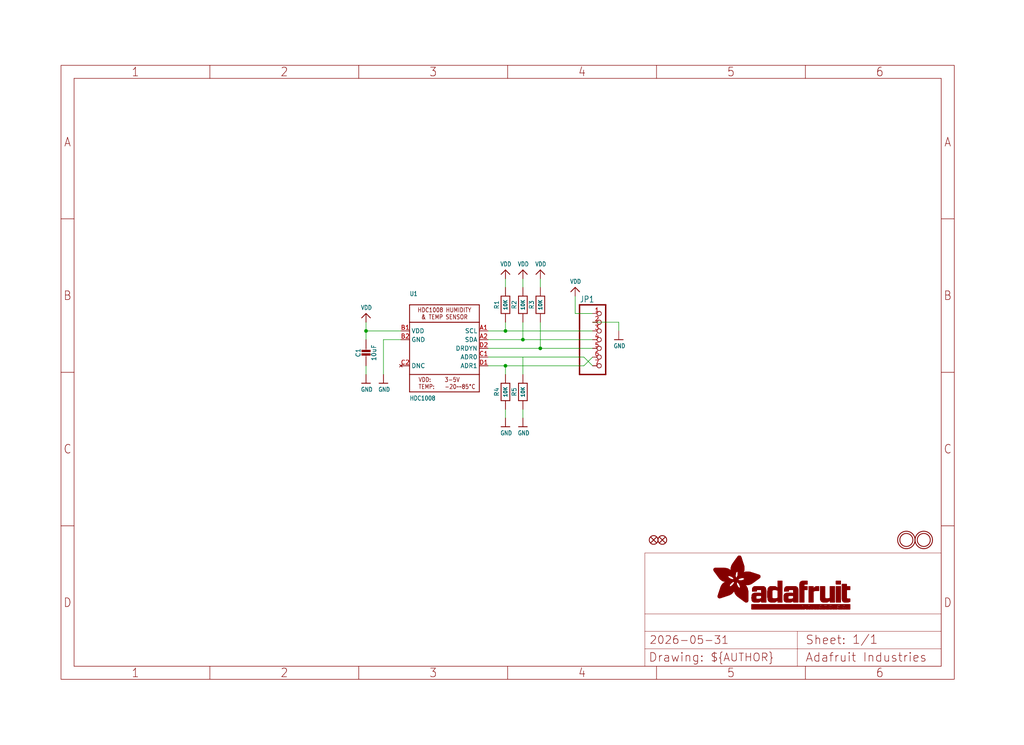
<source format=kicad_sch>
(kicad_sch (version 20230121) (generator eeschema)
  (paper "User" 298.45 217.322)
  (lib_symbols
    (symbol "working-eagle-import:CAP_CERAMIC0805-NOOUTLINE"
      (property "Reference" "C" (at -2.29 1.25 90))
      (symbol "CAP_CERAMIC0805-NOOUTLINE_1_0"
        (pin passive line (at 0 5.08 270) (length 2.54) (name "1") (number "1"))
        (pin passive line (at 0 -2.54 90) (length 2.54) (name "2") (number "2"))
      )
    )
    (symbol "working-eagle-import:FIDUCIAL{dblquote}{dblquote}")
    (symbol "working-eagle-import:FRAME_A4_ADAFRUIT"
      (symbol "FRAME_A4_ADAFRUIT_1_0"
        (text "${#}/${##}" (at 230.505 10.16 0) (effects (font (size 2.54 2.54)) (justify left bottom)))
        (text "${AUTHOR}" (at 189.23 5.08 0) (effects (font (size 2.286 2.286)) (justify left bottom)))
        (text "${CURRENT_DATE}" (at 171.45 10.16 0) (effects (font (size 2.286 2.286)) (justify left bottom)))
        (text "${PROJECTNAME}" (at 171.45 15.24 0) (effects (font (size 2.54 2.54)) (justify left bottom)))
        (text "1" (at 21.6958 1.905 0) (effects (font (size 2.54 2.286))))
        (text "1" (at 21.6958 177.165 0) (effects (font (size 2.54 2.286))))
        (text "2" (at 65.0875 1.905 0) (effects (font (size 2.54 2.286))))
        (text "2" (at 65.0875 177.165 0) (effects (font (size 2.54 2.286))))
        (text "3" (at 108.4792 1.905 0) (effects (font (size 2.54 2.286))))
        (text "3" (at 108.4792 177.165 0) (effects (font (size 2.54 2.286))))
        (text "4" (at 151.8708 1.905 0) (effects (font (size 2.54 2.286))))
        (text "4" (at 151.8708 177.165 0) (effects (font (size 2.54 2.286))))
        (text "5" (at 195.2625 1.905 0) (effects (font (size 2.54 2.286))))
        (text "5" (at 195.2625 177.165 0) (effects (font (size 2.54 2.286))))
        (text "6" (at 238.6542 1.905 0) (effects (font (size 2.54 2.286))))
        (text "6" (at 238.6542 177.165 0) (effects (font (size 2.54 2.286))))
        (text "A" (at 1.905 156.6863 0) (effects (font (size 2.54 2.286))))
        (text "A" (at 258.445 156.6863 0) (effects (font (size 2.54 2.286))))
        (text "Adafruit Industries" (at 216.916 4.953 0) (effects (font (size 2.54 2.54)) (justify left bottom)))
        (text "B" (at 1.905 111.9188 0) (effects (font (size 2.54 2.286))))
        (text "B" (at 258.445 111.9188 0) (effects (font (size 2.54 2.286))))
        (text "C" (at 1.905 67.1513 0) (effects (font (size 2.54 2.286))))
        (text "C" (at 258.445 67.1513 0) (effects (font (size 2.54 2.286))))
        (text "D" (at 1.905 22.3838 0) (effects (font (size 2.54 2.286))))
        (text "D" (at 258.445 22.3838 0) (effects (font (size 2.54 2.286))))
        (text "Drawing:" (at 171.196 4.953 0) (effects (font (size 2.54 2.54)) (justify left bottom)))
        (text "Sheet:" (at 216.916 10.033 0) (effects (font (size 2.54 2.54)) (justify left bottom)))
      )
    )
    (symbol "working-eagle-import:GND" (power)
      (property "Value" "GND" (at -1.524 -2.54 0))
      (symbol "GND_1_0"
        (pin power_in line (at 0 2.54 270) (length 2.54) (name "GND") (number "1"))
      )
    )
    (symbol "working-eagle-import:HDC1008"
      (property "Reference" "U" (at -10.16 15.24 0))
      (symbol "HDC1008_1_0"
        (text "3-5V\n-20~~85°C" (at 0 -10.16 0) (effects (font (size 1.27 1.0795)) (justify left)))
        (text "HDC1008 HUMIDITY\n& TEMP SENSOR" (at 0 10.16 0) (effects (font (size 1.27 1.0795))))
        (text "VDD:\nTEMP:" (at -7.62 -10.16 0) (effects (font (size 1.27 1.0795)) (justify left)))
        (pin bidirectional line (at 12.7 5.08 180) (length 2.54) (name "SCL") (number "A1"))
        (pin bidirectional line (at 12.7 2.54 180) (length 2.54) (name "SDA") (number "A2"))
        (pin power_in line (at -12.7 5.08 0) (length 2.54) (name "VDD") (number "B1"))
        (pin power_in line (at -12.7 2.54 0) (length 2.54) (name "GND") (number "B2"))
        (pin input line (at 12.7 -2.54 180) (length 2.54) (name "ADR0") (number "C1"))
        (pin no_connect line (at -12.7 -5.08 0) (length 2.54) (name "DNC") (number "C2"))
        (pin input line (at 12.7 -5.08 180) (length 2.54) (name "ADR1") (number "D1"))
        (pin output line (at 12.7 0 180) (length 2.54) (name "DRDYN") (number "D2"))
      )
    )
    (symbol "working-eagle-import:HEADER-1X770MIL"
      (property "Reference" "JP" (at -6.35 10.795 0))
      (symbol "HEADER-1X770MIL_1_0"
        (pin passive inverted (at -2.54 7.62 0) (length 2.54) (name "1") (number "1"))
        (pin passive inverted (at -2.54 5.08 0) (length 2.54) (name "2") (number "2"))
        (pin passive inverted (at -2.54 2.54 0) (length 2.54) (name "3") (number "3"))
        (pin passive inverted (at -2.54 0 0) (length 2.54) (name "4") (number "4"))
        (pin passive inverted (at -2.54 -2.54 0) (length 2.54) (name "5") (number "5"))
        (pin passive inverted (at -2.54 -5.08 0) (length 2.54) (name "6") (number "6"))
        (pin passive inverted (at -2.54 -7.62 0) (length 2.54) (name "7") (number "7"))
      )
    )
    (symbol "working-eagle-import:MOUNTINGHOLE2.5")
    (symbol "working-eagle-import:RESISTOR0805_NOOUTLINE"
      (property "Reference" "R" (at 0 2.54 0))
      (symbol "RESISTOR0805_NOOUTLINE_1_0"
        (pin passive line (at -5.08 0 0) (length 2.54) (name "1") (number "1"))
        (pin passive line (at 5.08 0 180) (length 2.54) (name "2") (number "2"))
      )
    )
    (symbol "working-eagle-import:RESISTOR_0805MP"
      (property "Reference" "R" (at 0 2.54 0))
      (symbol "RESISTOR_0805MP_1_0"
        (pin passive line (at -5.08 0 0) (length 2.54) (name "1") (number "1"))
        (pin passive line (at 5.08 0 180) (length 2.54) (name "2") (number "2"))
      )
    )
    (symbol "working-eagle-import:VDD" (power)
      (property "Value" "VDD" (at -1.524 1.016 0))
      (symbol "VDD_1_0"
        (pin power_in line (at 0 -2.54 90) (length 2.54) (name "VDD") (number "1"))
      )
    )
  )
  (junction (at 157.48 101.6))
  (junction (at 106.68 96.52))
  (junction (at 152.4 99.06))
  (junction (at 147.32 96.52))
  (junction (at 147.32 106.68))
  (wire (pts (xy 167.64 91.44) (xy 167.64 86.36)) (stroke (width 0.1524)))
  (wire (pts (xy 106.68 106.68) (xy 106.68 109.22)) (stroke (width 0.1524)))
  (wire (pts (xy 152.4 99.06) (xy 172.72 99.06)) (stroke (width 0.1524)))
  (wire (pts (xy 147.32 96.52) (xy 147.32 93.98)) (stroke (width 0.1524)))
  (wire (pts (xy 147.32 106.68) (xy 170.18 106.68)) (stroke (width 0.1524)))
  (wire (pts (xy 116.84 99.06) (xy 111.76 99.06)) (stroke (width 0.1524)))
  (wire (pts (xy 170.18 104.14) (xy 172.72 106.68)) (stroke (width 0.1524)))
  (wire (pts (xy 142.24 99.06) (xy 152.4 99.06)) (stroke (width 0.1524)))
  (wire (pts (xy 180.34 93.98) (xy 180.34 96.52)) (stroke (width 0.1524)))
  (wire (pts (xy 106.68 96.52) (xy 106.68 99.06)) (stroke (width 0.1524)))
  (wire (pts (xy 172.72 91.44) (xy 167.64 91.44)) (stroke (width 0.1524)))
  (wire (pts (xy 147.32 106.68) (xy 147.32 109.22)) (stroke (width 0.1524)))
  (wire (pts (xy 152.4 104.14) (xy 152.4 109.22)) (stroke (width 0.1524)))
  (wire (pts (xy 111.76 99.06) (xy 111.76 109.22)) (stroke (width 0.1524)))
  (wire (pts (xy 152.4 119.38) (xy 152.4 121.92)) (stroke (width 0.1524)))
  (wire (pts (xy 157.48 101.6) (xy 172.72 101.6)) (stroke (width 0.1524)))
  (wire (pts (xy 152.4 99.06) (xy 152.4 93.98)) (stroke (width 0.1524)))
  (wire (pts (xy 106.68 93.98) (xy 106.68 96.52)) (stroke (width 0.1524)))
  (wire (pts (xy 142.24 96.52) (xy 147.32 96.52)) (stroke (width 0.1524)))
  (wire (pts (xy 170.18 106.68) (xy 172.72 104.14)) (stroke (width 0.1524)))
  (wire (pts (xy 152.4 83.82) (xy 152.4 81.28)) (stroke (width 0.1524)))
  (wire (pts (xy 142.24 101.6) (xy 157.48 101.6)) (stroke (width 0.1524)))
  (wire (pts (xy 147.32 96.52) (xy 172.72 96.52)) (stroke (width 0.1524)))
  (wire (pts (xy 172.72 93.98) (xy 180.34 93.98)) (stroke (width 0.1524)))
  (wire (pts (xy 157.48 101.6) (xy 157.48 93.98)) (stroke (width 0.1524)))
  (wire (pts (xy 142.24 104.14) (xy 152.4 104.14)) (stroke (width 0.1524)))
  (wire (pts (xy 152.4 104.14) (xy 170.18 104.14)) (stroke (width 0.1524)))
  (wire (pts (xy 147.32 119.38) (xy 147.32 121.92)) (stroke (width 0.1524)))
  (wire (pts (xy 142.24 106.68) (xy 147.32 106.68)) (stroke (width 0.1524)))
  (wire (pts (xy 116.84 96.52) (xy 106.68 96.52)) (stroke (width 0.1524)))
  (wire (pts (xy 147.32 83.82) (xy 147.32 81.28)) (stroke (width 0.1524)))
  (wire (pts (xy 157.48 83.82) (xy 157.48 81.28)) (stroke (width 0.1524)))
  (symbol (lib_id "working-eagle-import:HEADER-1X770MIL") (at 175.26 99.06 0) (unit 1)
    (property "Reference" "JP1" (at 168.91 88.265 0) (effects (font (size 1.778 1.5113)) (justify left bottom)))
    (property "Value" "HEADER-1X770MIL" (effects hide))
    (property "Footprint" "working:1X07_ROUND_70" (effects hide))
  )
  (symbol (lib_id "working-eagle-import:GND") (at 180.34 99.06 0) (unit 1)
    (property "Reference" "#U$13" (effects hide))
    (property "Value" "GND" (at 178.816 101.6 0) (effects (font (size 1.27 1.0795)) (justify left bottom)))
  )
  (symbol (lib_id "working-eagle-import:GND") (at 152.4 124.46 0) (unit 1)
    (property "Reference" "#U$8" (effects hide))
    (property "Value" "GND" (at 150.876 127 0) (effects (font (size 1.27 1.0795)) (justify left bottom)))
  )
  (symbol (lib_id "working-eagle-import:MOUNTINGHOLE2.5") (at 264.16 157.48 0) (unit 1)
    (property "Reference" "U$3" (effects hide))
    (property "Value" "MOUNTINGHOLE2.5" (effects hide))
    (property "Footprint" "working:MOUNTINGHOLE_2.5_PLATED" (effects hide))
  )
  (symbol (lib_id "working-eagle-import:VDD") (at 147.32 78.74 0) (unit 1)
    (property "Reference" "#U$4" (effects hide))
    (property "Value" "VDD" (at 145.796 77.724 0) (effects (font (size 1.27 1.0795)) (justify left bottom)))
  )
  (symbol (lib_id "working-eagle-import:RESISTOR0805_NOOUTLINE") (at 147.32 88.9 90) (unit 1)
    (property "Reference" "R1" (at 144.78 88.9 0))
    (property "Value" "10K" (at 147.32 88.9 0) (effects (font (size 1.016 1.016) bold)))
    (property "Footprint" "working:0805-NO" (effects hide))
  )
  (symbol (lib_id "working-eagle-import:VDD") (at 106.68 91.44 0) (unit 1)
    (property "Reference" "#U$9" (effects hide))
    (property "Value" "VDD" (at 105.156 90.424 0) (effects (font (size 1.27 1.0795)) (justify left bottom)))
  )
  (symbol (lib_id "working-eagle-import:CAP_CERAMIC0805-NOOUTLINE") (at 106.68 104.14 0) (unit 1)
    (property "Reference" "C1" (at 104.39 102.89 90))
    (property "Value" "10uF" (at 108.98 102.89 90))
    (property "Footprint" "working:0805-NO" (effects hide))
  )
  (symbol (lib_id "working-eagle-import:GND") (at 111.76 111.76 0) (unit 1)
    (property "Reference" "#U$11" (effects hide))
    (property "Value" "GND" (at 110.236 114.3 0) (effects (font (size 1.27 1.0795)) (justify left bottom)))
  )
  (symbol (lib_id "working-eagle-import:FRAME_A4_ADAFRUIT") (at 17.78 198.12 0) (unit 1)
    (property "Reference" "#U$1" (effects hide))
    (property "Value" "FRAME_A4_ADAFRUIT" (effects hide))
  )
  (symbol (lib_id "working-eagle-import:MOUNTINGHOLE2.5") (at 269.24 157.48 0) (unit 1)
    (property "Reference" "U$2" (effects hide))
    (property "Value" "MOUNTINGHOLE2.5" (effects hide))
    (property "Footprint" "working:MOUNTINGHOLE_2.5_PLATED" (effects hide))
  )
  (symbol (lib_id "working-eagle-import:VDD") (at 157.48 78.74 0) (unit 1)
    (property "Reference" "#U$6" (effects hide))
    (property "Value" "VDD" (at 155.956 77.724 0) (effects (font (size 1.27 1.0795)) (justify left bottom)))
  )
  (symbol (lib_id "working-eagle-import:VDD") (at 152.4 78.74 0) (unit 1)
    (property "Reference" "#U$5" (effects hide))
    (property "Value" "VDD" (at 150.876 77.724 0) (effects (font (size 1.27 1.0795)) (justify left bottom)))
  )
  (symbol (lib_id "working-eagle-import:VDD") (at 167.64 83.82 0) (unit 1)
    (property "Reference" "#U$12" (effects hide))
    (property "Value" "VDD" (at 166.116 82.804 0) (effects (font (size 1.27 1.0795)) (justify left bottom)))
  )
  (symbol (lib_id "working-eagle-import:FIDUCIAL{dblquote}{dblquote}") (at 190.5 157.48 0) (unit 1)
    (property "Reference" "FID1" (effects hide))
    (property "Value" "FIDUCIAL{dblquote}{dblquote}" (effects hide))
    (property "Footprint" "working:FIDUCIAL_1MM" (effects hide))
  )
  (symbol (lib_id "working-eagle-import:RESISTOR0805_NOOUTLINE") (at 152.4 114.3 90) (unit 1)
    (property "Reference" "R5" (at 149.86 114.3 0))
    (property "Value" "10K" (at 152.4 114.3 0) (effects (font (size 1.016 1.016) bold)))
    (property "Footprint" "working:0805-NO" (effects hide))
  )
  (symbol (lib_id "working-eagle-import:GND") (at 106.68 111.76 0) (unit 1)
    (property "Reference" "#U$10" (effects hide))
    (property "Value" "GND" (at 105.156 114.3 0) (effects (font (size 1.27 1.0795)) (justify left bottom)))
  )
  (symbol (lib_id "working-eagle-import:RESISTOR0805_NOOUTLINE") (at 147.32 114.3 90) (unit 1)
    (property "Reference" "R4" (at 144.78 114.3 0))
    (property "Value" "10K" (at 147.32 114.3 0) (effects (font (size 1.016 1.016) bold)))
    (property "Footprint" "working:0805-NO" (effects hide))
  )
  (symbol (lib_id "working-eagle-import:FIDUCIAL{dblquote}{dblquote}") (at 193.04 157.48 0) (unit 1)
    (property "Reference" "FID2" (effects hide))
    (property "Value" "FIDUCIAL{dblquote}{dblquote}" (effects hide))
    (property "Footprint" "working:FIDUCIAL_1MM" (effects hide))
  )
  (symbol (lib_id "working-eagle-import:HDC1008") (at 129.54 101.6 0) (unit 1)
    (property "Reference" "U1" (at 119.38 86.36 0) (effects (font (size 1.27 1.0795)) (justify left bottom)))
    (property "Value" "HDC1008" (at 119.38 116.84 0) (effects (font (size 1.27 1.0795)) (justify left bottom)))
    (property "Footprint" "working:DSBGA8_HDC1008" (effects hide))
  )
  (symbol (lib_id "working-eagle-import:RESISTOR0805_NOOUTLINE") (at 157.48 88.9 90) (unit 1)
    (property "Reference" "R3" (at 154.94 88.9 0))
    (property "Value" "10K" (at 157.48 88.9 0) (effects (font (size 1.016 1.016) bold)))
    (property "Footprint" "working:0805-NO" (effects hide))
  )
  (symbol (lib_id "working-eagle-import:RESISTOR_0805MP") (at 152.4 88.9 90) (unit 1)
    (property "Reference" "R2" (at 149.86 88.9 0))
    (property "Value" "10K" (at 152.4 88.9 0) (effects (font (size 1.016 1.016) bold)))
    (property "Footprint" "working:_0805MP" (effects hide))
  )
  (symbol (lib_id "working-eagle-import:GND") (at 147.32 124.46 0) (unit 1)
    (property "Reference" "#U$7" (effects hide))
    (property "Value" "GND" (at 145.796 127 0) (effects (font (size 1.27 1.0795)) (justify left bottom)))
  )
)
</source>
